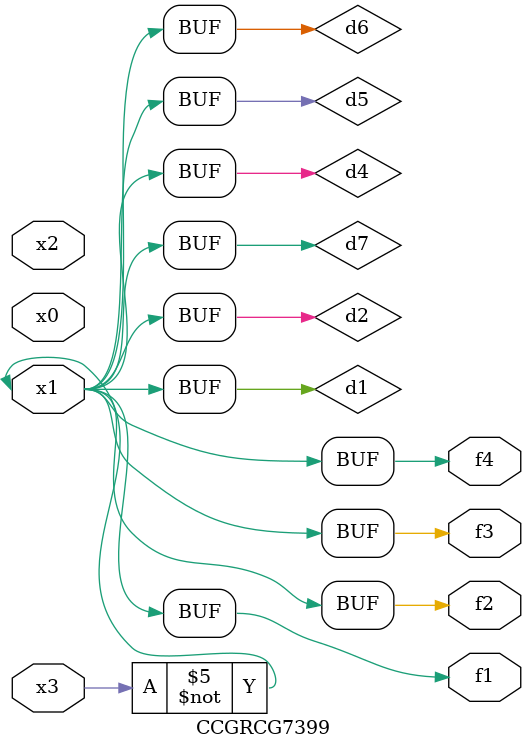
<source format=v>
module CCGRCG7399(
	input x0, x1, x2, x3,
	output f1, f2, f3, f4
);

	wire d1, d2, d3, d4, d5, d6, d7;

	not (d1, x3);
	buf (d2, x1);
	xnor (d3, d1, d2);
	nor (d4, d1);
	buf (d5, d1, d2);
	buf (d6, d4, d5);
	nand (d7, d4);
	assign f1 = d6;
	assign f2 = d7;
	assign f3 = d6;
	assign f4 = d6;
endmodule

</source>
